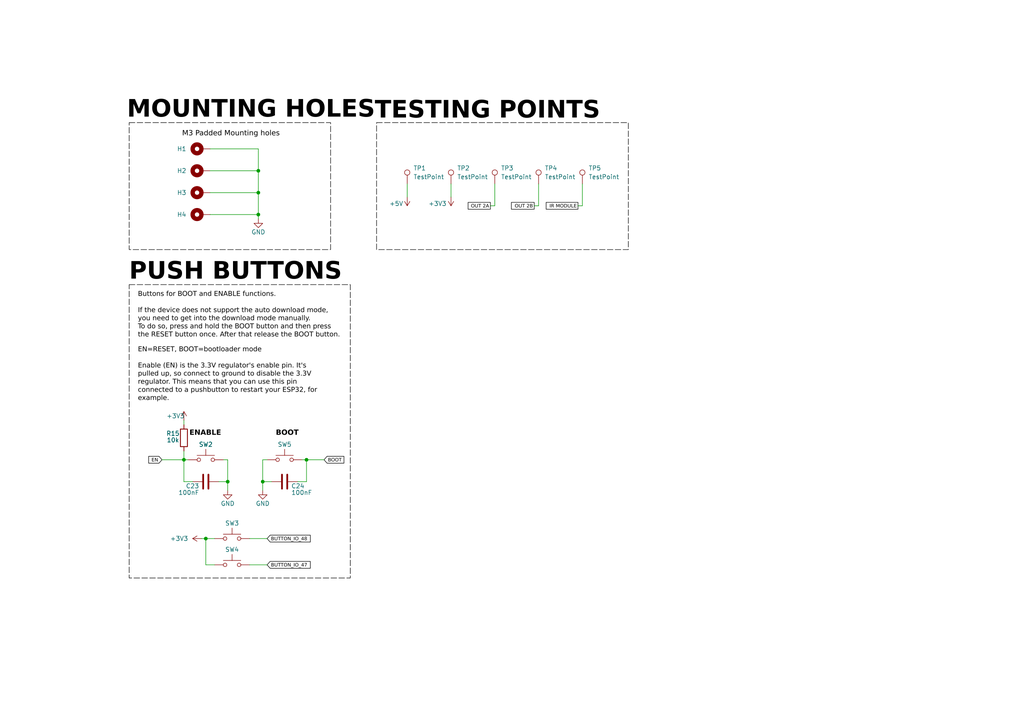
<source format=kicad_sch>
(kicad_sch (version 20231120) (generator "eeschema") (generator_version "8.0")
  (paper "A4")
  (title_block (title "SUMEC_MK_IV") (date "2024-08-05") (rev "v3.0.9") (company "SPS NA PROSEKU") (comment 1 "Made in Prague, Czech Republic") (comment 2 "CONTACT: Savva Popov, savva.popov.sp@gmail.com, +420 605 570 366") (comment 3 "Made by bismarx-v1") (comment 4 "SUMEC MK IV aka SMD-V3 board"))
  (lib_symbols
    (symbol "Connector:TestPoint" (pin_numbers hide) (pin_names (offset 0.762) hide)
      (property "Reference" "TP" (at 0 6.858 0))
      (property "Value" "TestPoint" (at 0 5.08 0))
      (symbol "TestPoint_0_1"
        (circle (center 0 3.302) (radius 0.762))
      )
      (symbol "TestPoint_1_1"
        (pin passive line (at 0 0 90) (length 2.54) (name "1") (number "1"))
      )
    )
    (symbol "Device:C" (pin_numbers hide) (pin_names (offset 0.254))
      (property "Reference" "C" (at 0.635 2.54 0))
      (property "Value" "C" (at 0.635 -2.54 0))
      (symbol "C_0_1"
        (polyline (pts (xy -2.032 -0.762) (xy 2.032 -0.762)) (stroke (width 0.508)))
        (polyline (pts (xy -2.032 0.762) (xy 2.032 0.762)) (stroke (width 0.508)))
      )
      (symbol "C_1_1"
        (pin passive line (at 0 3.81 270) (length 2.794) (name "~") (number "1"))
        (pin passive line (at 0 -3.81 90) (length 2.794) (name "~") (number "2"))
      )
    )
    (symbol "Device:R" (pin_numbers hide) (pin_names (offset 0))
      (property "Reference" "R" (at 2.032 0 90))
      (property "Value" "R" (at 0 0 90))
      (symbol "R_0_1"
        (rectangle (start -1.016 -2.54) (end 1.016 2.54) (stroke (width 0.254)))
      )
      (symbol "R_1_1"
        (pin passive line (at 0 3.81 270) (length 1.27) (name "~") (number "1"))
        (pin passive line (at 0 -3.81 90) (length 1.27) (name "~") (number "2"))
      )
    )
    (symbol "Mechanical:MountingHole_Pad" (pin_numbers hide) (pin_names (offset 1.016) hide)
      (property "Reference" "H" (at 0 6.35 0))
      (property "Value" "MountingHole_Pad" (at 0 4.445 0))
      (symbol "MountingHole_Pad_0_1"
        (circle (center 0 1.27) (radius 1.27) (stroke (width 1.27)))
      )
      (symbol "MountingHole_Pad_1_1"
        (pin input line (at 0 -2.54 90) (length 2.54) (name "1") (number "1"))
      )
    )
    (symbol "Switch:SW_Push" (pin_numbers hide) (pin_names (offset 1.016) hide)
      (property "Reference" "SW" (at 1.27 2.54 0))
      (property "Value" "SW_Push" (at 0 -1.524 0))
      (symbol "SW_Push_0_1"
        (circle (center -2.032 0) (radius 0.508))
        (polyline (pts (xy 0 1.27) (xy 0 3.048)))
        (polyline (pts (xy 2.54 1.27) (xy -2.54 1.27)))
        (circle (center 2.032 0) (radius 0.508))
        (pin passive line (at -5.08 0 0) (length 2.54) (name "1") (number "1"))
        (pin passive line (at 5.08 0 180) (length 2.54) (name "2") (number "2"))
      )
    )
    (symbol "power:+3V3" (power) (pin_names (offset 0))
      (property "Value" "+3V3" (at 0 3.556 0))
      (symbol "+3V3_0_1"
        (polyline (pts (xy -0.762 1.27) (xy 0 2.54)))
        (polyline (pts (xy 0 0) (xy 0 2.54)))
        (polyline (pts (xy 0 2.54) (xy 0.762 1.27)))
      )
      (symbol "+3V3_1_1"
        (pin power_in line (at 0 0 90) (length 0) hide (name "+3V3") (number "1"))
      )
    )
    (symbol "power:+5V" (power) (pin_numbers hide) (pin_names (offset 0) hide)
      (property "Value" "+5V" (at 0 3.556 0))
      (symbol "+5V_0_1"
        (polyline (pts (xy -0.762 1.27) (xy 0 2.54)))
        (polyline (pts (xy 0 0) (xy 0 2.54)))
        (polyline (pts (xy 0 2.54) (xy 0.762 1.27)))
      )
      (symbol "+5V_1_1"
        (pin power_in line (at 0 0 90) (length 0) (name "~") (number "1"))
      )
    )
    (symbol "power:GND" (power) (pin_names (offset 0))
      (property "Value" "GND" (at 0 -3.81 0))
      (symbol "GND_0_1"
        (polyline (pts (xy 0 0) (xy 0 -1.27) (xy 1.27 -1.27) (xy 0 -2.54) (xy -1.27 -1.27) (xy 0 -1.27)))
      )
      (symbol "GND_1_1"
        (pin power_in line (at 0 0 270) (length 0) hide (name "GND") (number "1"))
      )
    )
  )
  (junction (at 59.69 156.21))
  (junction (at 74.93 62.23))
  (junction (at 76.2 139.7))
  (junction (at 74.93 49.53))
  (junction (at 74.93 55.88))
  (junction (at 88.9 133.35))
  (junction (at 53.34 133.35))
  (junction (at 66.04 139.7))
  (wire (pts (xy 59.69 163.83) (xy 62.23 163.83)))
  (wire (pts (xy 74.93 63.5) (xy 74.93 62.23)))
  (wire (pts (xy 55.88 139.7) (xy 53.34 139.7)))
  (wire (pts (xy 74.93 43.18) (xy 74.93 49.53)))
  (wire (pts (xy 60.96 55.88) (xy 74.93 55.88)))
  (wire (pts (xy 77.47 163.83) (xy 72.39 163.83)))
  (wire (pts (xy 130.81 57.15) (xy 130.81 53.34)))
  (wire (pts (xy 53.34 133.35) (xy 54.61 133.35)))
  (wire (pts (xy 88.9 133.35) (xy 93.98 133.35)))
  (wire (pts (xy 58.42 156.21) (xy 59.69 156.21)))
  (wire (pts (xy 76.2 133.35) (xy 77.47 133.35)))
  (wire (pts (xy 154.94 59.69) (xy 156.21 59.69)))
  (wire (pts (xy 53.34 133.35) (xy 53.34 139.7)))
  (wire (pts (xy 88.9 133.35) (xy 88.9 139.7)))
  (wire (pts (xy 60.96 43.18) (xy 74.93 43.18)))
  (wire (pts (xy 168.91 53.34) (xy 168.91 59.69)))
  (wire (pts (xy 74.93 55.88) (xy 74.93 62.23)))
  (wire (pts (xy 74.93 49.53) (xy 74.93 55.88)))
  (wire (pts (xy 59.69 156.21) (xy 59.69 163.83)))
  (wire (pts (xy 72.39 156.21) (xy 77.47 156.21)))
  (wire (pts (xy 118.11 57.15) (xy 118.11 53.34)))
  (wire (pts (xy 86.36 139.7) (xy 88.9 139.7)))
  (wire (pts (xy 66.04 133.35) (xy 66.04 139.7)))
  (wire (pts (xy 76.2 133.35) (xy 76.2 139.7)))
  (wire (pts (xy 66.04 133.35) (xy 64.77 133.35)))
  (wire (pts (xy 60.96 49.53) (xy 74.93 49.53)))
  (wire (pts (xy 76.2 139.7) (xy 78.74 139.7)))
  (wire (pts (xy 59.69 156.21) (xy 62.23 156.21)))
  (wire (pts (xy 88.9 133.35) (xy 87.63 133.35)))
  (wire (pts (xy 66.04 139.7) (xy 63.5 139.7)))
  (wire (pts (xy 76.2 142.24) (xy 76.2 139.7)))
  (wire (pts (xy 156.21 59.69) (xy 156.21 53.34)))
  (wire (pts (xy 53.34 123.19) (xy 53.34 121.92)))
  (wire (pts (xy 66.04 142.24) (xy 66.04 139.7)))
  (wire (pts (xy 142.24 59.69) (xy 143.51 59.69)))
  (wire (pts (xy 46.99 133.35) (xy 53.34 133.35)))
  (wire (pts (xy 53.34 130.81) (xy 53.34 133.35)))
  (wire (pts (xy 60.96 62.23) (xy 74.93 62.23)))
  (wire (pts (xy 167.64 59.69) (xy 168.91 59.69)))
  (wire (pts (xy 143.51 59.69) (xy 143.51 53.34)))
  (rectangle (start 109.22 35.56) (end 182.245 72.39) (stroke (width 0) (type dash) (color 0 0 0 1)))
  (rectangle (start 37.465 82.55) (end 101.6 167.64) (stroke (width 0) (type dash) (color 0 0 0 1)))
  (rectangle (start 37.465 35.56) (end 95.885 72.39) (stroke (width 0) (type dash) (color 0 0 0 1)))
  (text "Buttons for BOOT and ENABLE functions.\n\nIf the device does not support the auto download mode,\nyou need to get into the download mode manually. \nTo do so, press and hold the BOOT button and then press \nthe RESET button once. After that release the BOOT button." (at 40.005 98.425 0) (effects (font (size 1.4 1.4) (italic yes)) (justify left bottom)))
  (text "M3 Padded Mounting holes" (at 52.832 40.132 0) (effects (font (size 1.5 1.5) (italic yes)) (justify left bottom)))
  (text "ENABLE" (at 64.135 127 0) (effects (font (size 1.5 1.5) (thickness 0.254) (bold yes)) (justify right bottom)))
  (text "EN=RESET, BOOT=bootloader mode\n\nEnable (EN) is the 3.3V regulator's enable pin. It's\npulled up, so connect to ground to disable the 3.3V\nregulator. This means that you can use this pin\nconnected to a pushbutton to restart your ESP32, for\nexample." (at 40.005 116.84 0) (effects (font (size 1.4 1.4) (italic yes)) (justify left bottom)))
  (text "BOOT" (at 80.01 127 0) (effects (font (size 1.5 1.5) (bold yes)) (justify left bottom)))
  (text "TESTING POINTS" (at 108.712 33.528 0) (effects (font (size 5 5) (thickness 1.2) (bold yes)) (justify left)))
  (text "PUSH BUTTONS" (at 37.465 83.185 0) (effects (font (size 5 5) (bold yes)) (justify left bottom)))
  (text "MOUNTING HOLES" (at 36.83 36.195 0) (effects (font (size 5 5) (bold yes)) (justify left bottom)))
  (global_label "BUTTON_IO_48" (shape input) (at 77.47 156.21 0) (effects (font (size 1 1))) (property "Intersheetrefs" "${INTERSHEET_REFS}" (effects (hide yes))))
  (global_label "OUT 2A" (shape passive) (at 142.24 59.69 180) (effects (font (size 1 1))) (property "Intersheetrefs" "${INTERSHEET_REFS}" (effects (hide yes))))
  (global_label "BOOT" (shape input) (at 93.98 133.35 0) (effects (font (size 1 1))) (property "Intersheetrefs" "${INTERSHEET_REFS}" (effects (hide yes))))
  (global_label "EN" (shape input) (at 46.99 133.35 180) (effects (font (size 1 1))) (property "Intersheetrefs" "${INTERSHEET_REFS}" (effects (hide yes))))
  (global_label "OUT 2B" (shape passive) (at 154.94 59.69 180) (effects (font (size 1 1))) (property "Intersheetrefs" "${INTERSHEET_REFS}" (effects (hide yes))))
  (global_label "BUTTON_IO_47" (shape input) (at 77.47 163.83 0) (effects (font (size 1 1))) (property "Intersheetrefs" "${INTERSHEET_REFS}" (effects (hide yes))))
  (global_label "IR MODULE" (shape passive) (at 167.64 59.69 180) (effects (font (size 1 1))) (property "Intersheetrefs" "${INTERSHEET_REFS}" (effects (hide yes))))
  (symbol (lib_id "Connector:TestPoint") (at 143.51 53.34 0) (unit 1)
    (property "Reference" "TP3" (at 145.288 48.768 0) (effects (justify left)))
    (property "Value" "TestPoint" (at 145.288 51.308 0) (effects (justify left)))
    (property "Footprint" "TestPoint:TestPoint_Pad_1.0x1.0mm" (effects (hide yes)))
    (property "Description" "test point" (effects (hide yes)))
  )
  (symbol (lib_id "power:+3V3") (at 130.81 57.15 180) (unit 1)
    (property "Reference" "#PWR083" (effects (hide yes)))
    (property "Value" "+3V3" (at 129.54 59.055 0) (effects (justify left)))
  )
  (symbol (lib_id "Device:R") (at 53.34 127 180) (unit 1)
    (property "Reference" "R15" (at 50.165 125.73 0))
    (property "Value" "10k" (at 50.165 127.635 0))
    (property "Footprint" "Resistor_SMD:R_0805_2012Metric_Pad1.20x1.40mm_HandSolder" (effects (hide yes)))
  )
  (symbol (lib_id "power:GND") (at 66.04 142.24 0) (mirror y) (unit 1)
    (property "Reference" "#PWR048" (effects (hide yes)))
    (property "Value" "GND" (at 66.04 146.05 0))
  )
  (symbol (lib_id "power:+3V3") (at 58.42 156.21 90) (unit 1)
    (property "Reference" "#PWR047" (effects (hide yes)))
    (property "Value" "+3V3" (at 54.61 156.21 90) (effects (justify left)))
  )
  (symbol (lib_id "Device:C") (at 59.69 139.7 90) (unit 1)
    (property "Reference" "C23" (at 57.785 140.97 90) (effects (justify left)))
    (property "Value" "100nF" (at 57.785 142.875 90) (effects (justify left)))
    (property "Footprint" "Capacitor_SMD:C_0805_2012Metric_Pad1.18x1.45mm_HandSolder" (effects (hide yes)))
  )
  (symbol (lib_id "Switch:SW_Push") (at 59.69 133.35 0) (mirror y) (unit 1)
    (property "Reference" "SW2" (at 59.69 128.905 0))
    (property "Value" "SW_Push" (effects (hide yes)))
    (property "Footprint" "sumec_brd:SW_SPST_EVQPE1" (effects (hide yes)))
    (property "Datasheet" "https://cz.mouser.com/ProductDetail/Panasonic/EVQ-PE104K?qs=wX5mvoJE4NGLiYsCBZAptQ%3D%3D" (effects (hide yes)))
  )
  (symbol (lib_id "Switch:SW_Push") (at 67.31 163.83 0) (unit 1)
    (property "Reference" "SW4" (at 67.31 159.385 0))
    (property "Value" "SW_Push" (effects (hide yes)))
    (property "Footprint" "sumec_brd:SW_SPST_EVQPE1" (effects (hide yes)))
  )
  (symbol (lib_id "Connector:TestPoint") (at 168.91 53.34 0) (unit 1)
    (property "Reference" "TP5" (at 170.688 48.768 0) (effects (justify left)))
    (property "Value" "TestPoint" (at 170.688 51.308 0) (effects (justify left)))
    (property "Footprint" "TestPoint:TestPoint_Pad_1.0x1.0mm" (effects (hide yes)))
    (property "Description" "test point" (effects (hide yes)))
  )
  (symbol (lib_id "Device:C") (at 82.55 139.7 270) (mirror x) (unit 1)
    (property "Reference" "C24" (at 84.455 140.97 90) (effects (justify left)))
    (property "Value" "100nF" (at 84.455 142.875 90) (effects (justify left)))
    (property "Footprint" "Capacitor_SMD:C_0805_2012Metric_Pad1.18x1.45mm_HandSolder" (effects (hide yes)))
  )
  (symbol (lib_id "Mechanical:MountingHole_Pad") (at 58.42 62.23 90) (unit 1) (exclude_from_sim yes) (in_bom no)
    (property "Reference" "H4" (at 52.705 62.23 90))
    (property "Value" "Mounting Hole M3" (effects (hide yes)))
    (property "Footprint" "MountingHole:MountingHole_3.2mm_M3_Pad_Via" (effects (hide yes)))
    (property "Description" "Mounting Hole with connection" (effects (hide yes)))
  )
  (symbol (lib_id "Connector:TestPoint") (at 156.21 53.34 0) (unit 1)
    (property "Reference" "TP4" (at 157.988 48.768 0) (effects (justify left)))
    (property "Value" "TestPoint" (at 157.988 51.308 0) (effects (justify left)))
    (property "Footprint" "TestPoint:TestPoint_Pad_1.0x1.0mm" (effects (hide yes)))
    (property "Description" "test point" (effects (hide yes)))
  )
  (symbol (lib_id "Switch:SW_Push") (at 82.55 133.35 0) (unit 1)
    (property "Reference" "SW5" (at 82.55 128.905 0))
    (property "Value" "SW_Push" (effects (hide yes)))
    (property "Footprint" "sumec_brd:SW_SPST_EVQPE1" (effects (hide yes)))
  )
  (symbol (lib_id "Mechanical:MountingHole_Pad") (at 58.42 55.88 90) (unit 1) (exclude_from_sim yes) (in_bom no)
    (property "Reference" "H3" (at 52.705 55.88 90))
    (property "Value" "Mounting Hole M3" (effects (hide yes)))
    (property "Footprint" "MountingHole:MountingHole_3.2mm_M3_Pad_Via" (effects (hide yes)))
    (property "Description" "Mounting Hole with connection" (effects (hide yes)))
  )
  (symbol (lib_id "Switch:SW_Push") (at 67.31 156.21 0) (unit 1)
    (property "Reference" "SW3" (at 67.31 151.765 0))
    (property "Value" "SW_Push" (effects (hide yes)))
    (property "Footprint" "sumec_brd:SW_SPST_EVQPE1" (effects (hide yes)))
  )
  (symbol (lib_id "Connector:TestPoint") (at 130.81 53.34 0) (unit 1)
    (property "Reference" "TP2" (at 132.588 48.768 0) (effects (justify left)))
    (property "Value" "TestPoint" (at 132.588 51.308 0) (effects (justify left)))
    (property "Footprint" "TestPoint:TestPoint_Pad_1.0x1.0mm" (effects (hide yes)))
    (property "Description" "test point" (effects (hide yes)))
  )
  (symbol (lib_id "power:+3V3") (at 53.34 121.92 0) (unit 1)
    (property "Reference" "#PWR045" (effects (hide yes)))
    (property "Value" "+3V3" (at 48.26 120.65 0) (effects (justify left)))
  )
  (symbol (lib_id "power:GND") (at 74.93 63.5 0) (unit 1)
    (property "Reference" "#PWR081" (effects (hide yes)))
    (property "Value" "GND" (at 74.93 67.31 0))
    (property "Description" "Power symbol creates a global label with name \"GND\" , ground" (effects (hide yes)))
  )
  (symbol (lib_id "Mechanical:MountingHole_Pad") (at 58.42 49.53 90) (unit 1) (exclude_from_sim yes) (in_bom no)
    (property "Reference" "H2" (at 52.705 49.53 90))
    (property "Value" "Mounting Hole M3" (effects (hide yes)))
    (property "Footprint" "MountingHole:MountingHole_3.2mm_M3_Pad_Via" (effects (hide yes)))
    (property "Description" "Mounting Hole with connection" (effects (hide yes)))
  )
  (symbol (lib_id "Mechanical:MountingHole_Pad") (at 58.42 43.18 90) (unit 1) (exclude_from_sim yes) (in_bom no)
    (property "Reference" "H1" (at 52.705 43.18 90))
    (property "Value" "Mounting Hole M3" (effects (hide yes)))
    (property "Footprint" "MountingHole:MountingHole_3.2mm_M3_Pad_Via" (effects (hide yes)))
    (property "Description" "Mounting Hole with connection" (effects (hide yes)))
  )
  (symbol (lib_id "Connector:TestPoint") (at 118.11 53.34 0) (unit 1)
    (property "Reference" "TP1" (at 119.888 48.768 0) (effects (justify left)))
    (property "Value" "TestPoint" (at 119.888 51.308 0) (effects (justify left)))
    (property "Footprint" "TestPoint:TestPoint_Pad_1.0x1.0mm" (effects (hide yes)))
    (property "Description" "test point" (effects (hide yes)))
  )
  (symbol (lib_id "power:GND") (at 76.2 142.24 0) (unit 1)
    (property "Reference" "#PWR049" (effects (hide yes)))
    (property "Value" "GND" (at 76.2 146.05 0))
  )
  (symbol (lib_id "power:+5V") (at 118.11 57.15 180) (unit 1)
    (property "Reference" "#PWR082" (effects (hide yes)))
    (property "Value" "+5V" (at 114.935 59.055 0))
    (property "Description" "Power symbol creates a global label with name \"+5V\"" (effects (hide yes)))
  )
)
</source>
